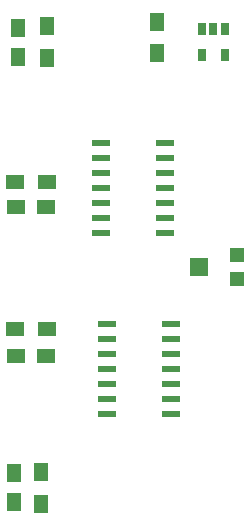
<source format=gtp>
G04 #@! TF.FileFunction,Paste,Top*
%FSLAX46Y46*%
G04 Gerber Fmt 4.6, Leading zero omitted, Abs format (unit mm)*
G04 Created by KiCad (PCBNEW 4.0.2-stable) date Tuesday, December 20, 2016 'PMt' 02:13:57 PM*
%MOMM*%
G01*
G04 APERTURE LIST*
%ADD10C,0.100000*%
%ADD11R,1.250000X1.500000*%
%ADD12R,1.500000X1.250000*%
%ADD13R,1.300000X1.500000*%
%ADD14R,1.500000X1.300000*%
%ADD15R,0.650000X1.060000*%
%ADD16R,1.500000X0.600000*%
%ADD17R,1.200000X1.200000*%
%ADD18R,1.500000X1.600000*%
G04 APERTURE END LIST*
D10*
D11*
X135788400Y-71063800D03*
X135788400Y-73563800D03*
D12*
X138156000Y-86233000D03*
X135656000Y-86233000D03*
X138156000Y-98806000D03*
X135656000Y-98806000D03*
D11*
X135496300Y-108744700D03*
X135496300Y-111244700D03*
D13*
X147574000Y-73232000D03*
X147574000Y-70532000D03*
X138303000Y-70938400D03*
X138303000Y-73638400D03*
D14*
X138256000Y-84074000D03*
X135556000Y-84074000D03*
X138256000Y-96520000D03*
X135556000Y-96520000D03*
D13*
X137782300Y-108644700D03*
X137782300Y-111344700D03*
D15*
X153324600Y-71137600D03*
X152374600Y-71137600D03*
X151424600Y-71137600D03*
X151424600Y-73337600D03*
X153324600Y-73337600D03*
D16*
X142842000Y-80772000D03*
X142842000Y-82042000D03*
X142842000Y-83312000D03*
X142842000Y-84582000D03*
X142842000Y-85852000D03*
X142842000Y-87122000D03*
X142842000Y-88392000D03*
X148242000Y-88392000D03*
X148242000Y-87122000D03*
X148242000Y-85852000D03*
X148242000Y-84582000D03*
X148242000Y-83312000D03*
X148242000Y-82042000D03*
X148242000Y-80772000D03*
X148750000Y-103759000D03*
X148750000Y-102489000D03*
X148750000Y-101219000D03*
X148750000Y-99949000D03*
X148750000Y-98679000D03*
X148750000Y-97409000D03*
X148750000Y-96139000D03*
X143350000Y-96139000D03*
X143350000Y-97409000D03*
X143350000Y-98679000D03*
X143350000Y-99949000D03*
X143350000Y-101219000D03*
X143350000Y-102489000D03*
X143350000Y-103759000D03*
D17*
X154381000Y-90313000D03*
X154381000Y-92313000D03*
D18*
X151131000Y-91313000D03*
M02*

</source>
